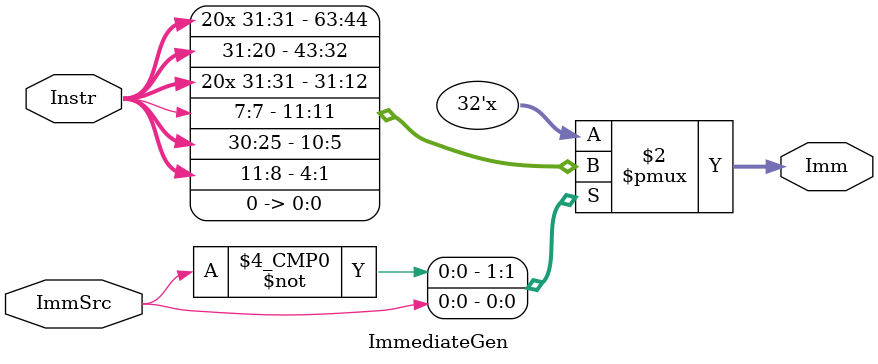
<source format=sv>
module ImmediateGen(
input logic ImmSrc,
input logic [31:0] Instr,
output logic [31:0] Imm);

	always_comb begin
		case(ImmSrc)
			1'b0: Imm = {{20{Instr[31]}}, Instr[31:20]}; //If the Immediate is I type 
			1'b1: Imm =  {{20{Instr[31]}}, Instr[7], Instr[30:25], Instr[11:8], 1'b0}; //If the Immediate is B type
			default: Imm = 32'bx; // undefined
		endcase
	end

endmodule
</source>
